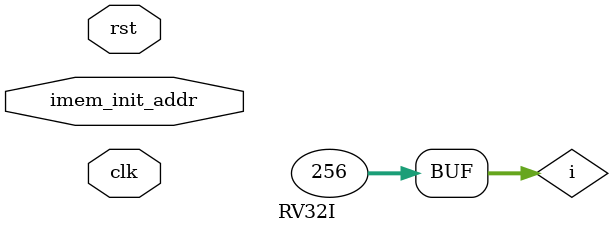
<source format=v>
`timescale 1ns / 1ps


`timescale 1ns / 1ps
//////////////////////////////////////////////////////////////////////////////////
// Top-level: RV32I single-core, 5-stage pipeline (IF - ID - EX - MEM - WB)
// Features:
//  - IF/ID, ID/EX, EX/MEM, MEM/WB pipeline registers
//  - simple control & immediate gen for R, I, S, B, LOAD, STORE
//  - hazard detection (load-use stall)
//  - forwarding unit (EX stage takes forwarded operands from MEM/WB and EX/MEM)
//  - branch resolved in EX stage, flush on branch_taken
// Notes:
//  - ALU_control, alu, Branch_unit expected inside EX_stage (from your code).
//  - MEM_stage uses word-aligned addresses (ALU_result[9:2]) as in your module.
//  - IMEM initialized via $readmemh external file or manually in initial block.
//  - No byte/halfword memory ops, no exceptions, no CSRs, no prediction.
//////////////////////////////////////////////////////////////////////////////////

module RV32I (
    input  wire        clk,
    input  wire        rst,            // active-low reset
    input  wire [31:0] imem_init_addr    // optional starting PC
);

    // ----------------------------
    // Program Counter (IF)
    // ----------------------------
    reg [31:0] PC;
    wire [31:0] PC_plus4 = PC + 4;

    // instruction memory (simple array)
    localparam IMEM_SIZE = 256;
    reg [31:0] instr_mem [0:IMEM_SIZE-1];
    // Simulation-only initialization (legal inside module)
    integer i;
    initial begin
        // default fill with NOP (ADDI x0,x0,0 -> 32'h00000013)
        for (i = 0; i < IMEM_SIZE; i = i + 1)
            instr_mem[i] = 32'h00000013;
        // optionally load from file:
        // $readmemh("imem.hex", instr_mem);
    end

    wire [31:0] instr_fetch = instr_mem[PC[9:2]];

    // ----------------------------
    // IF/ID pipeline register
    // ----------------------------
    reg [31:0] IFID_PC;
    reg [31:0] IFID_instr;

    // ----------------------------
    // Register file (32 x 32)
    // ----------------------------
    reg [31:0] regfile [0:31];
    integer idx;
    initial begin
        for (idx=0; idx<32; idx=idx+1) regfile[idx] = 32'b0;
    end

    // WB side signals
    wire [31:0] WB_write_data;
    wire [4:0]  WB_rd;
    wire        WB_RegWrite;

    // synchronous write-back to regfile
    always @(posedge clk or negedge rst) begin
        if (!rst) begin
            for (idx=0; idx<32; idx=idx+1) regfile[idx] <= 32'b0;
        end else begin
            if (WB_RegWrite && (WB_rd != 5'd0))
                regfile[WB_rd] <= WB_write_data;
        end
    end

    // ----------------------------
    // ID stage: decode + control + imm gen
    // ----------------------------
    wire [6:0] ID_opcode = IFID_instr[6:0];
    wire [4:0] ID_rd     = IFID_instr[11:7];
    wire [2:0] ID_funct3 = IFID_instr[14:12];
    wire [4:0] ID_rs1    = IFID_instr[19:15];
    wire [4:0] ID_rs2    = IFID_instr[24:20];
    wire [6:0] ID_funct7 = IFID_instr[31:25];

    // ID outputs/control signals
    reg        ctrl_RegWrite;
    reg        ctrl_MemtoReg;
    reg        ctrl_MemRead;
    reg        ctrl_MemWrite;
    reg [1:0]  ctrl_ALUOp;
    reg        ctrl_ALUSrc;
    reg        ctrl_Branch;

    reg [31:0] imm_ID;

    always @(*) begin
        // defaults
        ctrl_RegWrite = 1'b0;
        ctrl_MemtoReg = 1'b0;
        ctrl_MemRead  = 1'b0;
        ctrl_MemWrite = 1'b0;
        ctrl_ALUOp    = 2'b00;
        ctrl_ALUSrc   = 1'b0;
        ctrl_Branch   = 1'b0;
        imm_ID        = 32'b0;

        case (ID_opcode)
            7'b0110011: begin // R-type
                ctrl_RegWrite = 1'b1;
                ctrl_ALUOp    = 2'b10;
                ctrl_ALUSrc   = 1'b0;
            end
            7'b0010011: begin // I-type ALU (ADDI etc.)
                ctrl_RegWrite = 1'b1;
                ctrl_ALUOp    = 2'b10; // treat like R-type but ALUSrc=1
                ctrl_ALUSrc   = 1'b1;
                imm_ID = {{20{IFID_instr[31]}}, IFID_instr[31:20]};
            end
            7'b0000011: begin // LOAD
                ctrl_RegWrite = 1'b1;
                ctrl_MemtoReg = 1'b1;
                ctrl_MemRead  = 1'b1;
                ctrl_ALUOp    = 2'b00; // add
                ctrl_ALUSrc   = 1'b1;
                imm_ID = {{20{IFID_instr[31]}}, IFID_instr[31:20]};
            end
            7'b0100011: begin // STORE (S)
                ctrl_MemWrite = 1'b1;
                ctrl_ALUOp    = 2'b00;
                ctrl_ALUSrc   = 1'b1;
                imm_ID = {{20{IFID_instr[31]}}, IFID_instr[31:25], IFID_instr[11:7]};
            end
            7'b1100011: begin // BRANCH
                ctrl_Branch = 1'b1;
                ctrl_ALUOp  = 2'b01; // branch compare
                ctrl_ALUSrc = 1'b0;
                imm_ID = {{19{IFID_instr[31]}}, IFID_instr[31], IFID_instr[7],
                          IFID_instr[30:25], IFID_instr[11:8], 1'b0};
            end
            default: begin
                // leave zeros
            end
        endcase
    end

    // read register file (combinational)
    wire [31:0] ID_rdata1 = regfile[ID_rs1];
    wire [31:0] ID_rdata2 = regfile[ID_rs2];

    // ----------------------------
    // ID/EX pipeline register
    // ----------------------------
    reg [31:0] IDEX_PC;
    reg [31:0] IDEX_rdata1;
    reg [31:0] IDEX_rdata2;
    reg [31:0] IDEX_imm;
    reg [6:0]  IDEX_funct7;
    reg [2:0]  IDEX_funct3;
    reg [4:0]  IDEX_rs1;
    reg [4:0]  IDEX_rs2;
    reg [4:0]  IDEX_rd;
    // control signals
    reg        IDEX_RegWrite;
    reg        IDEX_MemtoReg;
    reg        IDEX_MemRead;
    reg        IDEX_MemWrite;
    reg [1:0]  IDEX_ALUOp;
    reg        IDEX_ALUSrc;
    reg        IDEX_Branch;

    // ----------------------------
    // EX/MEM pipeline register
    // ----------------------------
    reg [31:0] EXMEM_PC;
    reg [31:0] EXMEM_ALU_result;
    reg [31:0] EXMEM_rdata2;
    reg [4:0]  EXMEM_rd;
    // control
    reg        EXMEM_RegWrite;
    reg        EXMEM_MemtoReg;
    reg        EXMEM_MemRead;
    reg        EXMEM_MemWrite;
    reg        EXMEM_Branch;

    // ----------------------------
    // MEM/WB pipeline register
    // ----------------------------
    reg [31:0] MEMWB_read_data;
    reg [31:0] MEMWB_ALU_result;
    reg [4:0]  MEMWB_rd;
    reg        MEMWB_RegWrite;
    reg        MEMWB_MemtoReg;

    // ----------------------------
    // Instantiate EX_stage, MEM_stage, WB_stage
    // ----------------------------
    // We'll provide rdata1/rdata2 (after forwarding muxes) to EX_stage inputs.
    wire [31:0] EX_ALU_result;
    wire        EX_Zero;
    wire [31:0] EX_PC_next;
    wire        EX_branch_taken;

    // forwarded operand wires
    wire [31:0] ex_in_rdata1;
    wire [31:0] ex_in_rdata2;

    EX_stage ex_stage_inst (
        .pc_in(IDEX_PC),
        .rdata1(ex_in_rdata1),
        .rdata2(ex_in_rdata2),
        .imm_out(IDEX_imm),
        .funct7(IDEX_funct7),
        .funct3(IDEX_funct3),
        .ALUOp(IDEX_ALUOp),
        .ALUSrc(IDEX_ALUSrc),
        .Branch(IDEX_Branch),
        .ALU_result(EX_ALU_result),
        .Zero(EX_Zero),
        .PC_next(EX_PC_next),
        .branch_taken(EX_branch_taken)
    );

    // MEM stage instance
    wire [31:0] MEM_read_data;
    wire [31:0] MEM_ALU_result_out;
    MEM_stage mem_stage_inst (
        .clk(clk),
        .MemRead(EXMEM_MemRead),
        .MemWrite(EXMEM_MemWrite),
        .ALU_result(EXMEM_ALU_result),
        .rdata2(EXMEM_rdata2),
        .read_data(MEM_read_data),
        .ALU_result_out(MEM_ALU_result_out)
    );

    // WB stage instance
    wire [31:0] WB_write_back;
    WB_stage wb_stage_inst (
        .read_data(MEMWB_read_data),
        .ALU_result(MEMWB_ALU_result),
        .MemtoReg(MEMWB_MemtoReg),
        .write_data(WB_write_back)
    );

    // connect WB outputs to regfile write signals
    assign WB_write_data = WB_write_back;
    assign WB_rd         = MEMWB_rd;
    assign WB_RegWrite   = MEMWB_RegWrite;

    // ----------------------------
    // Forwarding unit (simple)
    // Forward sources:
    //   00 -> use IDEX_rdataX (register file value)
    //   10 -> forward from EX/MEM.ALU_result (result in MEM stage)
    //   01 -> forward from MEM/WB (either ALU_result or MEM read_data depends on MemtoReg)
    // ----------------------------
    reg [1:0] forwardA;
    reg [1:0] forwardB;

    always @(*) begin
        // default: no forwarding
        forwardA = 2'b00;
        forwardB = 2'b00;

        // EX hazard: if EXMEM_RegWrite and EXMEM_rd != 0 and EXMEM_rd == IDEX_rs1 -> forward from EX/MEM
        if (EXMEM_RegWrite && (EXMEM_rd != 5'd0) && (EXMEM_rd == IDEX_rs1))
            forwardA = 2'b10;

        if (EXMEM_RegWrite && (EXMEM_rd != 5'd0) && (EXMEM_rd == IDEX_rs2))
            forwardB = 2'b10;

        // MEM hazard: if MEMWB_RegWrite and MEMWB_rd !=0 and MEMWB_rd == IDEX_rs1 -> forward from MEM/WB
        if (MEMWB_RegWrite && (MEMWB_rd != 5'd0) && (MEMWB_rd == IDEX_rs1))
            forwardA = 2'b01;

        if (MEMWB_RegWrite && (MEMWB_rd != 5'd0) && (MEMWB_rd == IDEX_rs2))
            forwardB = 2'b01;
    end

    // choose data for ALU inputs (ALUSrc still chooses between rdata2 and imm)
    reg [31:0] forwarded_A;
    reg [31:0] forwarded_B;

    always @(*) begin
        // forwarded A
        case (forwardA)
            2'b00: forwarded_A = IDEX_rdata1;
            2'b10: forwarded_A = EXMEM_ALU_result;
            2'b01: forwarded_A = (MEMWB_MemtoReg) ? MEMWB_read_data : MEMWB_ALU_result;
            default: forwarded_A = IDEX_rdata1;
        endcase

        // forwarded B
        case (forwardB)
            2'b00: forwarded_B = IDEX_rdata2;
            2'b10: forwarded_B = EXMEM_ALU_result;
            2'b01: forwarded_B = (MEMWB_MemtoReg) ? MEMWB_read_data : MEMWB_ALU_result;
            default: forwarded_B = IDEX_rdata2;
        endcase
    end

    // EX_stage expects ALU input chosen by ALUSrc inside EX_stage between imm and rdata2.
    // So feed forwarded values to ex_in_rdata1 and ex_in_rdata2.
    assign ex_in_rdata1 = forwarded_A;
    assign ex_in_rdata2 = forwarded_B;

    // ----------------------------
    // Hazard detection (load-use)
    // If IDEX_MemRead && (ID_rs1 == IDEX_rd || ID_rs2 == IDEX_rd) then stall 1 cycle:
    //   - freeze IF/ID and PC (PCWrite = 0)
    //   - insert bubble in ID/EX (zero control signals)
    // ----------------------------
    reg PCWrite;
    reg IFIDWrite;
    reg control_stall; // signal to zero IDEX control fields

    always @(*) begin
        if (IDEX_MemRead &&
           ((IDEX_rd == ID_rs1) || (IDEX_rd == ID_rs2))) begin
            // stall
            PCWrite = 1'b0;
            IFIDWrite = 1'b0;
            control_stall = 1'b1;
        end else begin
            PCWrite = 1'b1;
            IFIDWrite = 1'b1;
            control_stall = 1'b0;
        end
    end

    // ----------------------------
    // Pipeline sequential update
    // ----------------------------
    always @(posedge clk or negedge rst) begin
        if (!rst) begin
            // reset all pipeline regs
            PC <= imem_init_addr;
            IFID_PC <= 32'b0; IFID_instr <= 32'b0;

            IDEX_PC <= 32'b0; IDEX_rdata1 <= 32'b0; IDEX_rdata2 <= 32'b0; IDEX_imm <= 32'b0;
            IDEX_funct7 <= 7'd0; IDEX_funct3 <= 3'd0; IDEX_rs1 <= 5'd0; IDEX_rs2 <= 5'd0; IDEX_rd <= 5'd0;
            IDEX_RegWrite <= 1'b0; IDEX_MemtoReg <= 1'b0; IDEX_MemRead <= 1'b0; IDEX_MemWrite <= 1'b0;
            IDEX_ALUOp <= 2'b00; IDEX_ALUSrc <= 1'b0; IDEX_Branch <= 1'b0;

            EXMEM_PC <= 32'b0; EXMEM_ALU_result <= 32'b0; EXMEM_rdata2 <= 32'b0; EXMEM_rd <= 5'd0;
            EXMEM_RegWrite <= 1'b0; EXMEM_MemtoReg <= 1'b0; EXMEM_MemRead <= 1'b0; EXMEM_MemWrite <= 1'b0; EXMEM_Branch <= 1'b0;

            MEMWB_read_data <= 32'b0; MEMWB_ALU_result <= 32'b0; MEMWB_rd <= 5'd0;
            MEMWB_RegWrite <= 1'b0; MEMWB_MemtoReg <= 1'b0;
        end else begin
            // ---- PC and IF/ID
            if (EX_branch_taken) begin
                // branch taken: set PC to EX_PC_next and flush IF/ID
                PC <= EX_PC_next;
                IFID_PC <= 32'b0;
                IFID_instr <= 32'b0;
            end else begin
                if (PCWrite) begin
                    PC <= PC_plus4;
                end
                if (IFIDWrite) begin
                    IFID_PC <= PC;
                    IFID_instr <= instr_fetch;
                end
                // if IFIDWrite==0, keep IFID as-is (stall)
            end

            // ---- ID/EX
            if (EX_branch_taken) begin
                // flush IDEX on branch
                IDEX_PC <= 32'b0;
                IDEX_rdata1 <= 32'b0;
                IDEX_rdata2 <= 32'b0;
                IDEX_imm <= 32'b0;
                IDEX_funct7 <= 7'd0;
                IDEX_funct3 <= 3'd0;
                IDEX_rs1 <= 5'd0;
                IDEX_rs2 <= 5'd0;
                IDEX_rd <= 5'd0;
                IDEX_RegWrite <= 1'b0;
                IDEX_MemtoReg <= 1'b0;
                IDEX_MemRead <= 1'b0;
                IDEX_MemWrite <= 1'b0;
                IDEX_ALUOp <= 2'b00;
                IDEX_ALUSrc <= 1'b0;
                IDEX_Branch <= 1'b0;
            end else begin
                // if control_stall, insert bubble into IDEX controls but keep IF/ID values frozen
                IDEX_PC <= IFID_PC;
                IDEX_rdata1 <= ID_rdata1;
                IDEX_rdata2 <= ID_rdata2;
                IDEX_imm <= imm_ID;
                IDEX_funct7 <= IFID_instr[31:25];
                IDEX_funct3 <= IFID_instr[14:12];
                IDEX_rs1 <= ID_rs1;
                IDEX_rs2 <= ID_rs2;
                IDEX_rd  <= ID_rd;

                if (control_stall) begin
                    // zero control signals to create bubble
                    IDEX_RegWrite <= 1'b0;
                    IDEX_MemtoReg <= 1'b0;
                    IDEX_MemRead  <= 1'b0;
                    IDEX_MemWrite <= 1'b0;
                    IDEX_ALUOp    <= 2'b00;
                    IDEX_ALUSrc   <= 1'b0;
                    IDEX_Branch   <= 1'b0;
                end else begin
                    IDEX_RegWrite <= ctrl_RegWrite;
                    IDEX_MemtoReg <= ctrl_MemtoReg;
                    IDEX_MemRead  <= ctrl_MemRead;
                    IDEX_MemWrite <= ctrl_MemWrite;
                    IDEX_ALUOp    <= ctrl_ALUOp;
                    IDEX_ALUSrc   <= ctrl_ALUSrc;
                    IDEX_Branch   <= ctrl_Branch;
                end
            end

            // ---- EX -> MEM
            EXMEM_PC <= EX_PC_next;
            EXMEM_ALU_result <= EX_ALU_result;
            // take forwarded_B if ALUSrc==0 else rdata2 for store address/data calc?
            // Our MEM_stage expects rdata2 forwarded from EX stage results; use forwarded_B
            EXMEM_rdata2 <= forwarded_B;
            EXMEM_rd <= IDEX_rd;
            EXMEM_RegWrite <= IDEX_RegWrite;
            EXMEM_MemtoReg <= IDEX_MemtoReg;
            EXMEM_MemRead <= IDEX_MemRead;
            EXMEM_MemWrite <= IDEX_MemWrite;
            EXMEM_Branch <= IDEX_Branch;

            // ---- MEM -> WB
            MEMWB_read_data <= MEM_read_data;
            MEMWB_ALU_result <= EXMEM_ALU_result;
            MEMWB_rd <= EXMEM_rd;
            MEMWB_RegWrite <= EXMEM_RegWrite;
            MEMWB_MemtoReg <= EXMEM_MemtoReg;
        end
    end

    // End of module
endmodule


</source>
